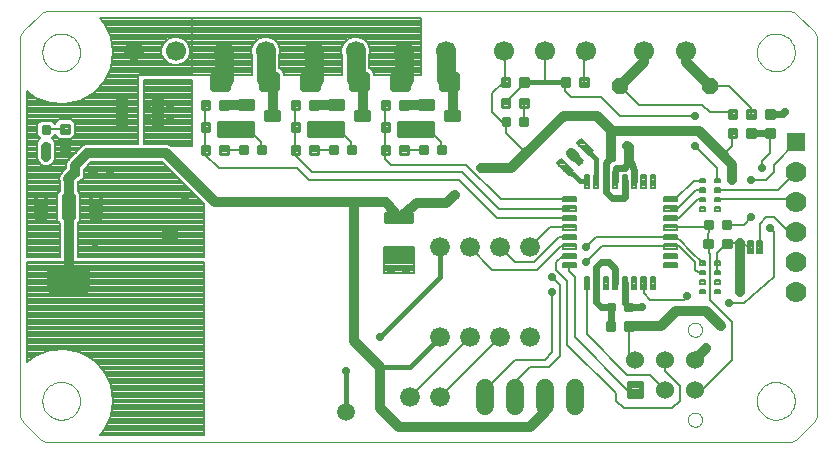
<source format=gtl>
G75*
G70*
%OFA0B0*%
%FSLAX24Y24*%
%IPPOS*%
%LPD*%
%AMOC8*
5,1,8,0,0,1.08239X$1,22.5*
%
%ADD10C,0.0000*%
%ADD11C,0.0118*%
%ADD12C,0.0112*%
%ADD13C,0.0201*%
%ADD14C,0.0660*%
%ADD15C,0.0079*%
%ADD16R,0.0594X0.0594*%
%ADD17C,0.0700*%
%ADD18C,0.0094*%
%ADD19C,0.0083*%
%ADD20C,0.0081*%
%ADD21C,0.0180*%
%ADD22C,0.0600*%
%ADD23C,0.0080*%
%ADD24C,0.0594*%
%ADD25OC8,0.0520*%
%ADD26C,0.0594*%
%ADD27C,0.0144*%
%ADD28C,0.0260*%
%ADD29C,0.0669*%
%ADD30C,0.0240*%
%ADD31C,0.0278*%
%ADD32C,0.0320*%
%ADD33C,0.0160*%
%ADD34C,0.0640*%
D10*
X001590Y002576D02*
X026264Y002576D01*
X026543Y002691D02*
X027099Y003248D01*
X027215Y003526D02*
X027215Y015995D01*
X027099Y016274D02*
X026543Y016830D01*
X026264Y016946D02*
X001590Y016946D01*
X001312Y016830D02*
X000755Y016274D01*
X000640Y015995D02*
X000640Y003526D01*
X000755Y003248D02*
X001312Y002691D01*
X001311Y002690D02*
X001340Y002664D01*
X001371Y002641D01*
X001404Y002622D01*
X001439Y002605D01*
X001476Y002592D01*
X001513Y002583D01*
X001551Y002577D01*
X001590Y002575D01*
X000755Y003247D02*
X000729Y003276D01*
X000706Y003307D01*
X000687Y003340D01*
X000670Y003375D01*
X000657Y003412D01*
X000648Y003449D01*
X000642Y003487D01*
X000640Y003526D01*
X001388Y003954D02*
X001390Y004004D01*
X001396Y004054D01*
X001406Y004103D01*
X001420Y004151D01*
X001437Y004198D01*
X001458Y004243D01*
X001483Y004287D01*
X001511Y004328D01*
X001543Y004367D01*
X001577Y004404D01*
X001614Y004438D01*
X001654Y004468D01*
X001696Y004495D01*
X001740Y004519D01*
X001786Y004540D01*
X001833Y004556D01*
X001881Y004569D01*
X001931Y004578D01*
X001980Y004583D01*
X002031Y004584D01*
X002081Y004581D01*
X002130Y004574D01*
X002179Y004563D01*
X002227Y004548D01*
X002273Y004530D01*
X002318Y004508D01*
X002361Y004482D01*
X002402Y004453D01*
X002441Y004421D01*
X002477Y004386D01*
X002509Y004348D01*
X002539Y004308D01*
X002566Y004265D01*
X002589Y004221D01*
X002608Y004175D01*
X002624Y004127D01*
X002636Y004078D01*
X002644Y004029D01*
X002648Y003979D01*
X002648Y003929D01*
X002644Y003879D01*
X002636Y003830D01*
X002624Y003781D01*
X002608Y003733D01*
X002589Y003687D01*
X002566Y003643D01*
X002539Y003600D01*
X002509Y003560D01*
X002477Y003522D01*
X002441Y003487D01*
X002402Y003455D01*
X002361Y003426D01*
X002318Y003400D01*
X002273Y003378D01*
X002227Y003360D01*
X002179Y003345D01*
X002130Y003334D01*
X002081Y003327D01*
X002031Y003324D01*
X001980Y003325D01*
X001931Y003330D01*
X001881Y003339D01*
X001833Y003352D01*
X001786Y003368D01*
X001740Y003389D01*
X001696Y003413D01*
X001654Y003440D01*
X001614Y003470D01*
X001577Y003504D01*
X001543Y003541D01*
X001511Y003580D01*
X001483Y003621D01*
X001458Y003665D01*
X001437Y003710D01*
X001420Y003757D01*
X001406Y003805D01*
X001396Y003854D01*
X001390Y003904D01*
X001388Y003954D01*
X001388Y015568D02*
X001390Y015618D01*
X001396Y015668D01*
X001406Y015717D01*
X001420Y015765D01*
X001437Y015812D01*
X001458Y015857D01*
X001483Y015901D01*
X001511Y015942D01*
X001543Y015981D01*
X001577Y016018D01*
X001614Y016052D01*
X001654Y016082D01*
X001696Y016109D01*
X001740Y016133D01*
X001786Y016154D01*
X001833Y016170D01*
X001881Y016183D01*
X001931Y016192D01*
X001980Y016197D01*
X002031Y016198D01*
X002081Y016195D01*
X002130Y016188D01*
X002179Y016177D01*
X002227Y016162D01*
X002273Y016144D01*
X002318Y016122D01*
X002361Y016096D01*
X002402Y016067D01*
X002441Y016035D01*
X002477Y016000D01*
X002509Y015962D01*
X002539Y015922D01*
X002566Y015879D01*
X002589Y015835D01*
X002608Y015789D01*
X002624Y015741D01*
X002636Y015692D01*
X002644Y015643D01*
X002648Y015593D01*
X002648Y015543D01*
X002644Y015493D01*
X002636Y015444D01*
X002624Y015395D01*
X002608Y015347D01*
X002589Y015301D01*
X002566Y015257D01*
X002539Y015214D01*
X002509Y015174D01*
X002477Y015136D01*
X002441Y015101D01*
X002402Y015069D01*
X002361Y015040D01*
X002318Y015014D01*
X002273Y014992D01*
X002227Y014974D01*
X002179Y014959D01*
X002130Y014948D01*
X002081Y014941D01*
X002031Y014938D01*
X001980Y014939D01*
X001931Y014944D01*
X001881Y014953D01*
X001833Y014966D01*
X001786Y014982D01*
X001740Y015003D01*
X001696Y015027D01*
X001654Y015054D01*
X001614Y015084D01*
X001577Y015118D01*
X001543Y015155D01*
X001511Y015194D01*
X001483Y015235D01*
X001458Y015279D01*
X001437Y015324D01*
X001420Y015371D01*
X001406Y015419D01*
X001396Y015468D01*
X001390Y015518D01*
X001388Y015568D01*
X000640Y015995D02*
X000642Y016034D01*
X000648Y016072D01*
X000657Y016109D01*
X000670Y016146D01*
X000687Y016181D01*
X000706Y016214D01*
X000729Y016245D01*
X000755Y016274D01*
X001311Y016831D02*
X001340Y016857D01*
X001371Y016880D01*
X001404Y016899D01*
X001439Y016916D01*
X001476Y016929D01*
X001513Y016938D01*
X001551Y016944D01*
X001590Y016946D01*
X022904Y006326D02*
X022906Y006356D01*
X022912Y006386D01*
X022921Y006415D01*
X022934Y006442D01*
X022951Y006467D01*
X022970Y006490D01*
X022993Y006511D01*
X023018Y006528D01*
X023044Y006542D01*
X023073Y006552D01*
X023102Y006559D01*
X023132Y006562D01*
X023163Y006561D01*
X023193Y006556D01*
X023222Y006547D01*
X023249Y006535D01*
X023275Y006520D01*
X023299Y006501D01*
X023320Y006479D01*
X023338Y006455D01*
X023353Y006428D01*
X023364Y006400D01*
X023372Y006371D01*
X023376Y006341D01*
X023376Y006311D01*
X023372Y006281D01*
X023364Y006252D01*
X023353Y006224D01*
X023338Y006197D01*
X023320Y006173D01*
X023299Y006151D01*
X023275Y006132D01*
X023249Y006117D01*
X023222Y006105D01*
X023193Y006096D01*
X023163Y006091D01*
X023132Y006090D01*
X023102Y006093D01*
X023073Y006100D01*
X023044Y006110D01*
X023018Y006124D01*
X022993Y006141D01*
X022970Y006162D01*
X022951Y006185D01*
X022934Y006210D01*
X022921Y006237D01*
X022912Y006266D01*
X022906Y006296D01*
X022904Y006326D01*
X025207Y003954D02*
X025209Y004004D01*
X025215Y004054D01*
X025225Y004103D01*
X025239Y004151D01*
X025256Y004198D01*
X025277Y004243D01*
X025302Y004287D01*
X025330Y004328D01*
X025362Y004367D01*
X025396Y004404D01*
X025433Y004438D01*
X025473Y004468D01*
X025515Y004495D01*
X025559Y004519D01*
X025605Y004540D01*
X025652Y004556D01*
X025700Y004569D01*
X025750Y004578D01*
X025799Y004583D01*
X025850Y004584D01*
X025900Y004581D01*
X025949Y004574D01*
X025998Y004563D01*
X026046Y004548D01*
X026092Y004530D01*
X026137Y004508D01*
X026180Y004482D01*
X026221Y004453D01*
X026260Y004421D01*
X026296Y004386D01*
X026328Y004348D01*
X026358Y004308D01*
X026385Y004265D01*
X026408Y004221D01*
X026427Y004175D01*
X026443Y004127D01*
X026455Y004078D01*
X026463Y004029D01*
X026467Y003979D01*
X026467Y003929D01*
X026463Y003879D01*
X026455Y003830D01*
X026443Y003781D01*
X026427Y003733D01*
X026408Y003687D01*
X026385Y003643D01*
X026358Y003600D01*
X026328Y003560D01*
X026296Y003522D01*
X026260Y003487D01*
X026221Y003455D01*
X026180Y003426D01*
X026137Y003400D01*
X026092Y003378D01*
X026046Y003360D01*
X025998Y003345D01*
X025949Y003334D01*
X025900Y003327D01*
X025850Y003324D01*
X025799Y003325D01*
X025750Y003330D01*
X025700Y003339D01*
X025652Y003352D01*
X025605Y003368D01*
X025559Y003389D01*
X025515Y003413D01*
X025473Y003440D01*
X025433Y003470D01*
X025396Y003504D01*
X025362Y003541D01*
X025330Y003580D01*
X025302Y003621D01*
X025277Y003665D01*
X025256Y003710D01*
X025239Y003757D01*
X025225Y003805D01*
X025215Y003854D01*
X025209Y003904D01*
X025207Y003954D01*
X026264Y002575D02*
X026303Y002577D01*
X026341Y002583D01*
X026378Y002592D01*
X026415Y002605D01*
X026450Y002622D01*
X026483Y002641D01*
X026514Y002664D01*
X026543Y002690D01*
X027100Y003247D02*
X027126Y003276D01*
X027149Y003307D01*
X027168Y003340D01*
X027185Y003375D01*
X027198Y003412D01*
X027207Y003449D01*
X027213Y003487D01*
X027215Y003526D01*
X022904Y003326D02*
X022906Y003356D01*
X022912Y003386D01*
X022921Y003415D01*
X022934Y003442D01*
X022951Y003467D01*
X022970Y003490D01*
X022993Y003511D01*
X023018Y003528D01*
X023044Y003542D01*
X023073Y003552D01*
X023102Y003559D01*
X023132Y003562D01*
X023163Y003561D01*
X023193Y003556D01*
X023222Y003547D01*
X023249Y003535D01*
X023275Y003520D01*
X023299Y003501D01*
X023320Y003479D01*
X023338Y003455D01*
X023353Y003428D01*
X023364Y003400D01*
X023372Y003371D01*
X023376Y003341D01*
X023376Y003311D01*
X023372Y003281D01*
X023364Y003252D01*
X023353Y003224D01*
X023338Y003197D01*
X023320Y003173D01*
X023299Y003151D01*
X023275Y003132D01*
X023249Y003117D01*
X023222Y003105D01*
X023193Y003096D01*
X023163Y003091D01*
X023132Y003090D01*
X023102Y003093D01*
X023073Y003100D01*
X023044Y003110D01*
X023018Y003124D01*
X022993Y003141D01*
X022970Y003162D01*
X022951Y003185D01*
X022934Y003210D01*
X022921Y003237D01*
X022912Y003266D01*
X022906Y003296D01*
X022904Y003326D01*
X025207Y015568D02*
X025209Y015618D01*
X025215Y015668D01*
X025225Y015717D01*
X025239Y015765D01*
X025256Y015812D01*
X025277Y015857D01*
X025302Y015901D01*
X025330Y015942D01*
X025362Y015981D01*
X025396Y016018D01*
X025433Y016052D01*
X025473Y016082D01*
X025515Y016109D01*
X025559Y016133D01*
X025605Y016154D01*
X025652Y016170D01*
X025700Y016183D01*
X025750Y016192D01*
X025799Y016197D01*
X025850Y016198D01*
X025900Y016195D01*
X025949Y016188D01*
X025998Y016177D01*
X026046Y016162D01*
X026092Y016144D01*
X026137Y016122D01*
X026180Y016096D01*
X026221Y016067D01*
X026260Y016035D01*
X026296Y016000D01*
X026328Y015962D01*
X026358Y015922D01*
X026385Y015879D01*
X026408Y015835D01*
X026427Y015789D01*
X026443Y015741D01*
X026455Y015692D01*
X026463Y015643D01*
X026467Y015593D01*
X026467Y015543D01*
X026463Y015493D01*
X026455Y015444D01*
X026443Y015395D01*
X026427Y015347D01*
X026408Y015301D01*
X026385Y015257D01*
X026358Y015214D01*
X026328Y015174D01*
X026296Y015136D01*
X026260Y015101D01*
X026221Y015069D01*
X026180Y015040D01*
X026137Y015014D01*
X026092Y014992D01*
X026046Y014974D01*
X025998Y014959D01*
X025949Y014948D01*
X025900Y014941D01*
X025850Y014938D01*
X025799Y014939D01*
X025750Y014944D01*
X025700Y014953D01*
X025652Y014966D01*
X025605Y014982D01*
X025559Y015003D01*
X025515Y015027D01*
X025473Y015054D01*
X025433Y015084D01*
X025396Y015118D01*
X025362Y015155D01*
X025330Y015194D01*
X025302Y015235D01*
X025277Y015279D01*
X025256Y015324D01*
X025239Y015371D01*
X025225Y015419D01*
X025215Y015468D01*
X025209Y015518D01*
X025207Y015568D01*
X026264Y016946D02*
X026303Y016944D01*
X026341Y016938D01*
X026378Y016929D01*
X026415Y016916D01*
X026450Y016899D01*
X026483Y016880D01*
X026514Y016857D01*
X026543Y016831D01*
X027100Y016274D02*
X027126Y016245D01*
X027149Y016214D01*
X027168Y016181D01*
X027185Y016146D01*
X027198Y016109D01*
X027207Y016072D01*
X027213Y016034D01*
X027215Y015995D01*
D11*
X014857Y013589D02*
X014857Y013313D01*
X014857Y013589D02*
X015289Y013589D01*
X015289Y013313D01*
X014857Y013313D01*
X014857Y013430D02*
X015289Y013430D01*
X015289Y013547D02*
X014857Y013547D01*
X013991Y013687D02*
X013991Y013963D01*
X014423Y013963D01*
X014423Y013687D01*
X013991Y013687D01*
X013991Y013804D02*
X014423Y013804D01*
X014423Y013921D02*
X013991Y013921D01*
X013991Y013215D02*
X013991Y012939D01*
X013991Y013215D02*
X014423Y013215D01*
X014423Y012939D01*
X013991Y012939D01*
X013991Y013056D02*
X014423Y013056D01*
X014423Y013173D02*
X013991Y013173D01*
X011857Y013313D02*
X011857Y013589D01*
X012289Y013589D01*
X012289Y013313D01*
X011857Y013313D01*
X011857Y013430D02*
X012289Y013430D01*
X012289Y013547D02*
X011857Y013547D01*
X010991Y013687D02*
X010991Y013963D01*
X011423Y013963D01*
X011423Y013687D01*
X010991Y013687D01*
X010991Y013804D02*
X011423Y013804D01*
X011423Y013921D02*
X010991Y013921D01*
X010991Y013215D02*
X010991Y012939D01*
X010991Y013215D02*
X011423Y013215D01*
X011423Y012939D01*
X010991Y012939D01*
X010991Y013056D02*
X011423Y013056D01*
X011423Y013173D02*
X010991Y013173D01*
X008857Y013313D02*
X008857Y013589D01*
X009289Y013589D01*
X009289Y013313D01*
X008857Y013313D01*
X008857Y013430D02*
X009289Y013430D01*
X009289Y013547D02*
X008857Y013547D01*
X007991Y013687D02*
X007991Y013963D01*
X008423Y013963D01*
X008423Y013687D01*
X007991Y013687D01*
X007991Y013804D02*
X008423Y013804D01*
X008423Y013921D02*
X007991Y013921D01*
X007991Y013215D02*
X007991Y012939D01*
X007991Y013215D02*
X008423Y013215D01*
X008423Y012939D01*
X007991Y012939D01*
X007991Y013056D02*
X008423Y013056D01*
X008423Y013173D02*
X007991Y013173D01*
X005369Y013143D02*
X005093Y013143D01*
X005093Y014009D01*
X005369Y014009D01*
X005369Y013143D01*
X005369Y013260D02*
X005093Y013260D01*
X005093Y013377D02*
X005369Y013377D01*
X005369Y013494D02*
X005093Y013494D01*
X005093Y013611D02*
X005369Y013611D01*
X005369Y013728D02*
X005093Y013728D01*
X005093Y013845D02*
X005369Y013845D01*
X005369Y013962D02*
X005093Y013962D01*
X004187Y013143D02*
X003911Y013143D01*
X003911Y014009D01*
X004187Y014009D01*
X004187Y013143D01*
X004187Y013260D02*
X003911Y013260D01*
X003911Y013377D02*
X004187Y013377D01*
X004187Y013494D02*
X003911Y013494D01*
X003911Y013611D02*
X004187Y013611D01*
X004187Y013728D02*
X003911Y013728D01*
X003911Y013845D02*
X004187Y013845D01*
X004187Y013962D02*
X003911Y013962D01*
X012832Y010179D02*
X012832Y009903D01*
X012832Y010179D02*
X013698Y010179D01*
X013698Y009903D01*
X012832Y009903D01*
X012832Y010020D02*
X013698Y010020D01*
X013698Y010137D02*
X012832Y010137D01*
X012832Y008998D02*
X012832Y008722D01*
X012832Y008998D02*
X013698Y008998D01*
X013698Y008722D01*
X012832Y008722D01*
X012832Y008839D02*
X013698Y008839D01*
X013698Y008956D02*
X012832Y008956D01*
D12*
X012694Y012457D02*
X012956Y012457D01*
X012956Y012195D01*
X012694Y012195D01*
X012694Y012457D01*
X012694Y012306D02*
X012956Y012306D01*
X012956Y012417D02*
X012694Y012417D01*
X013324Y012457D02*
X013586Y012457D01*
X013586Y012195D01*
X013324Y012195D01*
X013324Y012457D01*
X013324Y012306D02*
X013586Y012306D01*
X013586Y012417D02*
X013324Y012417D01*
X013324Y013207D02*
X013586Y013207D01*
X013586Y012945D01*
X013324Y012945D01*
X013324Y013207D01*
X013324Y013056D02*
X013586Y013056D01*
X013586Y013167D02*
X013324Y013167D01*
X012956Y013207D02*
X012694Y013207D01*
X012956Y013207D02*
X012956Y012945D01*
X012694Y012945D01*
X012694Y013207D01*
X012694Y013056D02*
X012956Y013056D01*
X012956Y013167D02*
X012694Y013167D01*
X012694Y013695D02*
X012956Y013695D01*
X012694Y013695D02*
X012694Y013957D01*
X012956Y013957D01*
X012956Y013695D01*
X012956Y013806D02*
X012694Y013806D01*
X012694Y013917D02*
X012956Y013917D01*
X013324Y013695D02*
X013586Y013695D01*
X013324Y013695D02*
X013324Y013957D01*
X013586Y013957D01*
X013586Y013695D01*
X013586Y013806D02*
X013324Y013806D01*
X013324Y013917D02*
X013586Y013917D01*
X010586Y013695D02*
X010324Y013695D01*
X010324Y013957D01*
X010586Y013957D01*
X010586Y013695D01*
X010586Y013806D02*
X010324Y013806D01*
X010324Y013917D02*
X010586Y013917D01*
X009956Y013695D02*
X009694Y013695D01*
X009694Y013957D01*
X009956Y013957D01*
X009956Y013695D01*
X009956Y013806D02*
X009694Y013806D01*
X009694Y013917D02*
X009956Y013917D01*
X009956Y013207D02*
X009694Y013207D01*
X009956Y013207D02*
X009956Y012945D01*
X009694Y012945D01*
X009694Y013207D01*
X009694Y013056D02*
X009956Y013056D01*
X009956Y013167D02*
X009694Y013167D01*
X010324Y013207D02*
X010586Y013207D01*
X010586Y012945D01*
X010324Y012945D01*
X010324Y013207D01*
X010324Y013056D02*
X010586Y013056D01*
X010586Y013167D02*
X010324Y013167D01*
X010324Y012457D02*
X010586Y012457D01*
X010586Y012195D01*
X010324Y012195D01*
X010324Y012457D01*
X010324Y012306D02*
X010586Y012306D01*
X010586Y012417D02*
X010324Y012417D01*
X009956Y012457D02*
X009694Y012457D01*
X009956Y012457D02*
X009956Y012195D01*
X009694Y012195D01*
X009694Y012457D01*
X009694Y012306D02*
X009956Y012306D01*
X009956Y012417D02*
X009694Y012417D01*
X007586Y012457D02*
X007324Y012457D01*
X007586Y012457D02*
X007586Y012195D01*
X007324Y012195D01*
X007324Y012457D01*
X007324Y012306D02*
X007586Y012306D01*
X007586Y012417D02*
X007324Y012417D01*
X006956Y012457D02*
X006694Y012457D01*
X006956Y012457D02*
X006956Y012195D01*
X006694Y012195D01*
X006694Y012457D01*
X006694Y012306D02*
X006956Y012306D01*
X006956Y012417D02*
X006694Y012417D01*
X006694Y013207D02*
X006956Y013207D01*
X006956Y012945D01*
X006694Y012945D01*
X006694Y013207D01*
X006694Y013056D02*
X006956Y013056D01*
X006956Y013167D02*
X006694Y013167D01*
X006694Y013695D02*
X006956Y013695D01*
X006694Y013695D02*
X006694Y013957D01*
X006956Y013957D01*
X006956Y013695D01*
X006956Y013806D02*
X006694Y013806D01*
X006694Y013917D02*
X006956Y013917D01*
X007324Y013695D02*
X007586Y013695D01*
X007324Y013695D02*
X007324Y013957D01*
X007586Y013957D01*
X007586Y013695D01*
X007586Y013806D02*
X007324Y013806D01*
X007324Y013917D02*
X007586Y013917D01*
X007586Y013207D02*
X007324Y013207D01*
X007586Y013207D02*
X007586Y012945D01*
X007324Y012945D01*
X007324Y013207D01*
X007324Y013056D02*
X007586Y013056D01*
X007586Y013167D02*
X007324Y013167D01*
X002009Y013147D02*
X002009Y012885D01*
X002009Y013147D02*
X002271Y013147D01*
X002271Y012885D01*
X002009Y012885D01*
X002009Y012996D02*
X002271Y012996D01*
X002271Y013107D02*
X002009Y013107D01*
X002009Y012517D02*
X002009Y012255D01*
X002009Y012517D02*
X002271Y012517D01*
X002271Y012255D01*
X002009Y012255D01*
X002009Y012366D02*
X002271Y012366D01*
X002271Y012477D02*
X002009Y012477D01*
X016694Y013757D02*
X016956Y013757D01*
X016694Y013757D02*
X016694Y014019D01*
X016956Y014019D01*
X016956Y013757D01*
X016956Y013868D02*
X016694Y013868D01*
X016694Y013979D02*
X016956Y013979D01*
X017324Y013757D02*
X017586Y013757D01*
X017324Y013757D02*
X017324Y014019D01*
X017586Y014019D01*
X017586Y013757D01*
X017586Y013868D02*
X017324Y013868D01*
X017324Y013979D02*
X017586Y013979D01*
X017586Y014707D02*
X017324Y014707D01*
X017586Y014707D02*
X017586Y014445D01*
X017324Y014445D01*
X017324Y014707D01*
X017324Y014556D02*
X017586Y014556D01*
X017586Y014667D02*
X017324Y014667D01*
X016956Y014707D02*
X016694Y014707D01*
X016956Y014707D02*
X016956Y014445D01*
X016694Y014445D01*
X016694Y014707D01*
X016694Y014556D02*
X016956Y014556D01*
X016956Y014667D02*
X016694Y014667D01*
X018694Y014707D02*
X018956Y014707D01*
X018956Y014445D01*
X018694Y014445D01*
X018694Y014707D01*
X018694Y014556D02*
X018956Y014556D01*
X018956Y014667D02*
X018694Y014667D01*
X019324Y014707D02*
X019586Y014707D01*
X019586Y014445D01*
X019324Y014445D01*
X019324Y014707D01*
X019324Y014556D02*
X019586Y014556D01*
X019586Y014667D02*
X019324Y014667D01*
X024521Y013647D02*
X024521Y013385D01*
X024259Y013385D01*
X024259Y013647D01*
X024521Y013647D01*
X024521Y013496D02*
X024259Y013496D01*
X024259Y013607D02*
X024521Y013607D01*
X025146Y013647D02*
X025146Y013385D01*
X024884Y013385D01*
X024884Y013647D01*
X025146Y013647D01*
X025146Y013496D02*
X024884Y013496D01*
X024884Y013607D02*
X025146Y013607D01*
X025509Y013647D02*
X025509Y013385D01*
X025509Y013647D02*
X025771Y013647D01*
X025771Y013385D01*
X025509Y013385D01*
X025509Y013496D02*
X025771Y013496D01*
X025771Y013607D02*
X025509Y013607D01*
X025509Y013017D02*
X025509Y012755D01*
X025509Y013017D02*
X025771Y013017D01*
X025771Y012755D01*
X025509Y012755D01*
X025509Y012866D02*
X025771Y012866D01*
X025771Y012977D02*
X025509Y012977D01*
X025146Y013017D02*
X025146Y012755D01*
X024884Y012755D01*
X024884Y013017D01*
X025146Y013017D01*
X025146Y012866D02*
X024884Y012866D01*
X024884Y012977D02*
X025146Y012977D01*
X024521Y013017D02*
X024521Y012755D01*
X024259Y012755D01*
X024259Y013017D01*
X024521Y013017D01*
X024521Y012866D02*
X024259Y012866D01*
X024259Y012977D02*
X024521Y012977D01*
X024336Y009070D02*
X024074Y009070D01*
X024074Y009332D01*
X024336Y009332D01*
X024336Y009070D01*
X024336Y009181D02*
X024074Y009181D01*
X024074Y009292D02*
X024336Y009292D01*
X023706Y009070D02*
X023444Y009070D01*
X023444Y009332D01*
X023706Y009332D01*
X023706Y009070D01*
X023706Y009181D02*
X023444Y009181D01*
X023444Y009292D02*
X023706Y009292D01*
X021086Y006320D02*
X020824Y006320D01*
X020824Y006582D01*
X021086Y006582D01*
X021086Y006320D01*
X021086Y006431D02*
X020824Y006431D01*
X020824Y006542D02*
X021086Y006542D01*
X020456Y006320D02*
X020194Y006320D01*
X020194Y006582D01*
X020456Y006582D01*
X020456Y006320D01*
X020456Y006431D02*
X020194Y006431D01*
X020194Y006542D02*
X020456Y006542D01*
D13*
X015201Y014342D02*
X014693Y014342D01*
X014693Y014810D01*
X015201Y014810D01*
X015201Y014342D01*
X015201Y014542D02*
X014693Y014542D01*
X014693Y014742D02*
X015201Y014742D01*
X013587Y014342D02*
X013079Y014342D01*
X013079Y014810D01*
X013587Y014810D01*
X013587Y014342D01*
X013587Y014542D02*
X013079Y014542D01*
X013079Y014742D02*
X013587Y014742D01*
X012201Y014342D02*
X011693Y014342D01*
X011693Y014810D01*
X012201Y014810D01*
X012201Y014342D01*
X012201Y014542D02*
X011693Y014542D01*
X011693Y014742D02*
X012201Y014742D01*
X010587Y014342D02*
X010079Y014342D01*
X010079Y014810D01*
X010587Y014810D01*
X010587Y014342D01*
X010587Y014542D02*
X010079Y014542D01*
X010079Y014742D02*
X010587Y014742D01*
X009201Y014342D02*
X008693Y014342D01*
X008693Y014810D01*
X009201Y014810D01*
X009201Y014342D01*
X009201Y014542D02*
X008693Y014542D01*
X008693Y014742D02*
X009201Y014742D01*
X007587Y014342D02*
X007079Y014342D01*
X007079Y014810D01*
X007587Y014810D01*
X007587Y014342D01*
X007587Y014542D02*
X007079Y014542D01*
X007079Y014742D02*
X007587Y014742D01*
D14*
X014640Y009076D03*
X015640Y009076D03*
X016640Y009076D03*
X017640Y009076D03*
X017640Y006076D03*
X016640Y006076D03*
X015640Y006076D03*
X014640Y006076D03*
X014640Y004076D03*
X013640Y004076D03*
D15*
X019467Y007675D02*
X019467Y008097D01*
X019609Y008097D01*
X019609Y007675D01*
X019467Y007675D01*
X019467Y007753D02*
X019609Y007753D01*
X019609Y007831D02*
X019467Y007831D01*
X019467Y007909D02*
X019609Y007909D01*
X019609Y007987D02*
X019467Y007987D01*
X019467Y008065D02*
X019609Y008065D01*
X019782Y008097D02*
X019782Y007675D01*
X019782Y008097D02*
X019924Y008097D01*
X019924Y007675D01*
X019782Y007675D01*
X019782Y007753D02*
X019924Y007753D01*
X019924Y007831D02*
X019782Y007831D01*
X019782Y007909D02*
X019924Y007909D01*
X019924Y007987D02*
X019782Y007987D01*
X019782Y008065D02*
X019924Y008065D01*
X020097Y008097D02*
X020097Y007675D01*
X020097Y008097D02*
X020239Y008097D01*
X020239Y007675D01*
X020097Y007675D01*
X020097Y007753D02*
X020239Y007753D01*
X020239Y007831D02*
X020097Y007831D01*
X020097Y007909D02*
X020239Y007909D01*
X020239Y007987D02*
X020097Y007987D01*
X020097Y008065D02*
X020239Y008065D01*
X020412Y008097D02*
X020412Y007675D01*
X020412Y008097D02*
X020554Y008097D01*
X020554Y007675D01*
X020412Y007675D01*
X020412Y007753D02*
X020554Y007753D01*
X020554Y007831D02*
X020412Y007831D01*
X020412Y007909D02*
X020554Y007909D01*
X020554Y007987D02*
X020412Y007987D01*
X020412Y008065D02*
X020554Y008065D01*
X020726Y008097D02*
X020726Y007675D01*
X020726Y008097D02*
X020868Y008097D01*
X020868Y007675D01*
X020726Y007675D01*
X020726Y007753D02*
X020868Y007753D01*
X020868Y007831D02*
X020726Y007831D01*
X020726Y007909D02*
X020868Y007909D01*
X020868Y007987D02*
X020726Y007987D01*
X020726Y008065D02*
X020868Y008065D01*
X021041Y008097D02*
X021041Y007675D01*
X021041Y008097D02*
X021183Y008097D01*
X021183Y007675D01*
X021041Y007675D01*
X021041Y007753D02*
X021183Y007753D01*
X021183Y007831D02*
X021041Y007831D01*
X021041Y007909D02*
X021183Y007909D01*
X021183Y007987D02*
X021041Y007987D01*
X021041Y008065D02*
X021183Y008065D01*
X021356Y008097D02*
X021356Y007675D01*
X021356Y008097D02*
X021498Y008097D01*
X021498Y007675D01*
X021356Y007675D01*
X021356Y007753D02*
X021498Y007753D01*
X021498Y007831D02*
X021356Y007831D01*
X021356Y007909D02*
X021498Y007909D01*
X021498Y007987D02*
X021356Y007987D01*
X021356Y008065D02*
X021498Y008065D01*
X021671Y008097D02*
X021671Y007675D01*
X021671Y008097D02*
X021813Y008097D01*
X021813Y007675D01*
X021671Y007675D01*
X021671Y007753D02*
X021813Y007753D01*
X021813Y007831D02*
X021671Y007831D01*
X021671Y007909D02*
X021813Y007909D01*
X021813Y007987D02*
X021671Y007987D01*
X021671Y008065D02*
X021813Y008065D01*
X022119Y008402D02*
X022119Y008544D01*
X022541Y008544D01*
X022541Y008402D01*
X022119Y008402D01*
X022119Y008480D02*
X022541Y008480D01*
X022119Y008717D02*
X022119Y008859D01*
X022541Y008859D01*
X022541Y008717D01*
X022119Y008717D01*
X022119Y008795D02*
X022541Y008795D01*
X022119Y009032D02*
X022119Y009174D01*
X022541Y009174D01*
X022541Y009032D01*
X022119Y009032D01*
X022119Y009110D02*
X022541Y009110D01*
X022119Y009347D02*
X022119Y009489D01*
X022541Y009489D01*
X022541Y009347D01*
X022119Y009347D01*
X022119Y009425D02*
X022541Y009425D01*
X022119Y009662D02*
X022119Y009804D01*
X022541Y009804D01*
X022541Y009662D01*
X022119Y009662D01*
X022119Y009740D02*
X022541Y009740D01*
X022119Y009977D02*
X022119Y010119D01*
X022541Y010119D01*
X022541Y009977D01*
X022119Y009977D01*
X022119Y010055D02*
X022541Y010055D01*
X022119Y010292D02*
X022119Y010434D01*
X022541Y010434D01*
X022541Y010292D01*
X022119Y010292D01*
X022119Y010370D02*
X022541Y010370D01*
X022119Y010607D02*
X022119Y010749D01*
X022541Y010749D01*
X022541Y010607D01*
X022119Y010607D01*
X022119Y010685D02*
X022541Y010685D01*
X021671Y011055D02*
X021671Y011477D01*
X021813Y011477D01*
X021813Y011055D01*
X021671Y011055D01*
X021671Y011133D02*
X021813Y011133D01*
X021813Y011211D02*
X021671Y011211D01*
X021671Y011289D02*
X021813Y011289D01*
X021813Y011367D02*
X021671Y011367D01*
X021671Y011445D02*
X021813Y011445D01*
X021356Y011477D02*
X021356Y011055D01*
X021356Y011477D02*
X021498Y011477D01*
X021498Y011055D01*
X021356Y011055D01*
X021356Y011133D02*
X021498Y011133D01*
X021498Y011211D02*
X021356Y011211D01*
X021356Y011289D02*
X021498Y011289D01*
X021498Y011367D02*
X021356Y011367D01*
X021356Y011445D02*
X021498Y011445D01*
X021041Y011477D02*
X021041Y011055D01*
X021041Y011477D02*
X021183Y011477D01*
X021183Y011055D01*
X021041Y011055D01*
X021041Y011133D02*
X021183Y011133D01*
X021183Y011211D02*
X021041Y011211D01*
X021041Y011289D02*
X021183Y011289D01*
X021183Y011367D02*
X021041Y011367D01*
X021041Y011445D02*
X021183Y011445D01*
X020726Y011477D02*
X020726Y011055D01*
X020726Y011477D02*
X020868Y011477D01*
X020868Y011055D01*
X020726Y011055D01*
X020726Y011133D02*
X020868Y011133D01*
X020868Y011211D02*
X020726Y011211D01*
X020726Y011289D02*
X020868Y011289D01*
X020868Y011367D02*
X020726Y011367D01*
X020726Y011445D02*
X020868Y011445D01*
X020412Y011477D02*
X020412Y011055D01*
X020412Y011477D02*
X020554Y011477D01*
X020554Y011055D01*
X020412Y011055D01*
X020412Y011133D02*
X020554Y011133D01*
X020554Y011211D02*
X020412Y011211D01*
X020412Y011289D02*
X020554Y011289D01*
X020554Y011367D02*
X020412Y011367D01*
X020412Y011445D02*
X020554Y011445D01*
X020097Y011477D02*
X020097Y011055D01*
X020097Y011477D02*
X020239Y011477D01*
X020239Y011055D01*
X020097Y011055D01*
X020097Y011133D02*
X020239Y011133D01*
X020239Y011211D02*
X020097Y011211D01*
X020097Y011289D02*
X020239Y011289D01*
X020239Y011367D02*
X020097Y011367D01*
X020097Y011445D02*
X020239Y011445D01*
X019782Y011477D02*
X019782Y011055D01*
X019782Y011477D02*
X019924Y011477D01*
X019924Y011055D01*
X019782Y011055D01*
X019782Y011133D02*
X019924Y011133D01*
X019924Y011211D02*
X019782Y011211D01*
X019782Y011289D02*
X019924Y011289D01*
X019924Y011367D02*
X019782Y011367D01*
X019782Y011445D02*
X019924Y011445D01*
X019467Y011477D02*
X019467Y011055D01*
X019467Y011477D02*
X019609Y011477D01*
X019609Y011055D01*
X019467Y011055D01*
X019467Y011133D02*
X019609Y011133D01*
X019609Y011211D02*
X019467Y011211D01*
X019467Y011289D02*
X019609Y011289D01*
X019609Y011367D02*
X019467Y011367D01*
X019467Y011445D02*
X019609Y011445D01*
X018739Y010749D02*
X018739Y010607D01*
X018739Y010749D02*
X019161Y010749D01*
X019161Y010607D01*
X018739Y010607D01*
X018739Y010685D02*
X019161Y010685D01*
X018739Y010434D02*
X018739Y010292D01*
X018739Y010434D02*
X019161Y010434D01*
X019161Y010292D01*
X018739Y010292D01*
X018739Y010370D02*
X019161Y010370D01*
X018739Y010119D02*
X018739Y009977D01*
X018739Y010119D02*
X019161Y010119D01*
X019161Y009977D01*
X018739Y009977D01*
X018739Y010055D02*
X019161Y010055D01*
X018739Y009804D02*
X018739Y009662D01*
X018739Y009804D02*
X019161Y009804D01*
X019161Y009662D01*
X018739Y009662D01*
X018739Y009740D02*
X019161Y009740D01*
X018739Y009489D02*
X018739Y009347D01*
X018739Y009489D02*
X019161Y009489D01*
X019161Y009347D01*
X018739Y009347D01*
X018739Y009425D02*
X019161Y009425D01*
X018739Y009174D02*
X018739Y009032D01*
X018739Y009174D02*
X019161Y009174D01*
X019161Y009032D01*
X018739Y009032D01*
X018739Y009110D02*
X019161Y009110D01*
X018739Y008859D02*
X018739Y008717D01*
X018739Y008859D02*
X019161Y008859D01*
X019161Y008717D01*
X018739Y008717D01*
X018739Y008795D02*
X019161Y008795D01*
X018739Y008544D02*
X018739Y008402D01*
X018739Y008544D02*
X019161Y008544D01*
X019161Y008402D01*
X018739Y008402D01*
X018739Y008480D02*
X019161Y008480D01*
D16*
X026515Y012576D03*
D17*
X026515Y011576D03*
X026515Y010576D03*
X026515Y009576D03*
X026515Y008576D03*
X026515Y007576D03*
D18*
X024295Y009936D02*
X024075Y009936D01*
X024295Y009936D02*
X024295Y009716D01*
X024075Y009716D01*
X024075Y009936D01*
X024075Y009809D02*
X024295Y009809D01*
X024295Y009902D02*
X024075Y009902D01*
X023705Y009936D02*
X023485Y009936D01*
X023705Y009936D02*
X023705Y009716D01*
X023485Y009716D01*
X023485Y009936D01*
X023485Y009809D02*
X023705Y009809D01*
X023705Y009902D02*
X023485Y009902D01*
X021045Y011966D02*
X020825Y011966D01*
X020825Y012186D01*
X021045Y012186D01*
X021045Y011966D01*
X021045Y012059D02*
X020825Y012059D01*
X020825Y012152D02*
X021045Y012152D01*
X020455Y011966D02*
X020235Y011966D01*
X020235Y012186D01*
X020455Y012186D01*
X020455Y011966D01*
X020455Y012059D02*
X020235Y012059D01*
X020235Y012152D02*
X020455Y012152D01*
X017325Y013153D02*
X017325Y013373D01*
X017545Y013373D01*
X017545Y013153D01*
X017325Y013153D01*
X017325Y013246D02*
X017545Y013246D01*
X017545Y013339D02*
X017325Y013339D01*
X016735Y013373D02*
X016735Y013153D01*
X016735Y013373D02*
X016955Y013373D01*
X016955Y013153D01*
X016735Y013153D01*
X016735Y013246D02*
X016955Y013246D01*
X016955Y013339D02*
X016735Y013339D01*
X014575Y012436D02*
X014575Y012216D01*
X014575Y012436D02*
X014795Y012436D01*
X014795Y012216D01*
X014575Y012216D01*
X014575Y012309D02*
X014795Y012309D01*
X014795Y012402D02*
X014575Y012402D01*
X013985Y012436D02*
X013985Y012216D01*
X013985Y012436D02*
X014205Y012436D01*
X014205Y012216D01*
X013985Y012216D01*
X013985Y012309D02*
X014205Y012309D01*
X014205Y012402D02*
X013985Y012402D01*
X011575Y012436D02*
X011575Y012216D01*
X011575Y012436D02*
X011795Y012436D01*
X011795Y012216D01*
X011575Y012216D01*
X011575Y012309D02*
X011795Y012309D01*
X011795Y012402D02*
X011575Y012402D01*
X010985Y012436D02*
X010985Y012216D01*
X010985Y012436D02*
X011205Y012436D01*
X011205Y012216D01*
X010985Y012216D01*
X010985Y012309D02*
X011205Y012309D01*
X011205Y012402D02*
X010985Y012402D01*
X008575Y012436D02*
X008575Y012216D01*
X008575Y012436D02*
X008795Y012436D01*
X008795Y012216D01*
X008575Y012216D01*
X008575Y012309D02*
X008795Y012309D01*
X008795Y012402D02*
X008575Y012402D01*
X007985Y012436D02*
X007985Y012216D01*
X007985Y012436D02*
X008205Y012436D01*
X008205Y012216D01*
X007985Y012216D01*
X007985Y012309D02*
X008205Y012309D01*
X008205Y012402D02*
X007985Y012402D01*
X003170Y011466D02*
X002950Y011466D01*
X002950Y011686D01*
X003170Y011686D01*
X003170Y011466D01*
X003170Y011559D02*
X002950Y011559D01*
X002950Y011652D02*
X003170Y011652D01*
X002580Y011466D02*
X002360Y011466D01*
X002360Y011686D01*
X002580Y011686D01*
X002580Y011466D01*
X002580Y011559D02*
X002360Y011559D01*
X002360Y011652D02*
X002580Y011652D01*
X001625Y012515D02*
X001405Y012515D01*
X001625Y012515D02*
X001625Y012295D01*
X001405Y012295D01*
X001405Y012515D01*
X001405Y012388D02*
X001625Y012388D01*
X001625Y012481D02*
X001405Y012481D01*
X001405Y013106D02*
X001625Y013106D01*
X001625Y012886D01*
X001405Y012886D01*
X001405Y013106D01*
X001405Y012979D02*
X001625Y012979D01*
X001625Y013072D02*
X001405Y013072D01*
X020235Y006966D02*
X020455Y006966D01*
X020235Y006966D02*
X020235Y007186D01*
X020455Y007186D01*
X020455Y006966D01*
X020455Y007059D02*
X020235Y007059D01*
X020235Y007152D02*
X020455Y007152D01*
X020825Y006966D02*
X021045Y006966D01*
X020825Y006966D02*
X020825Y007186D01*
X021045Y007186D01*
X021045Y006966D01*
X021045Y007059D02*
X020825Y007059D01*
X020825Y007152D02*
X021045Y007152D01*
D19*
X018531Y011880D02*
X018668Y012017D01*
X019081Y011604D01*
X018944Y011467D01*
X018531Y011880D01*
X018862Y011549D02*
X019026Y011549D01*
X019054Y011631D02*
X018780Y011631D01*
X018698Y011713D02*
X018972Y011713D01*
X018890Y011795D02*
X018616Y011795D01*
X018534Y011877D02*
X018808Y011877D01*
X018726Y011959D02*
X018610Y011959D01*
X018865Y012214D02*
X019002Y012351D01*
X019415Y011938D01*
X019278Y011801D01*
X018865Y012214D01*
X019196Y011883D02*
X019360Y011883D01*
X019388Y011965D02*
X019114Y011965D01*
X019032Y012047D02*
X019306Y012047D01*
X019224Y012129D02*
X018950Y012129D01*
X018868Y012211D02*
X019142Y012211D01*
X019060Y012293D02*
X018944Y012293D01*
X019199Y012548D02*
X019336Y012685D01*
X019749Y012272D01*
X019612Y012135D01*
X019199Y012548D01*
X019530Y012217D02*
X019694Y012217D01*
X019722Y012299D02*
X019448Y012299D01*
X019366Y012381D02*
X019640Y012381D01*
X019558Y012463D02*
X019284Y012463D01*
X019202Y012545D02*
X019476Y012545D01*
X019394Y012627D02*
X019278Y012627D01*
D20*
X023482Y011356D02*
X023482Y011240D01*
X023306Y011240D01*
X023306Y011356D01*
X023482Y011356D01*
X023482Y011320D02*
X023306Y011320D01*
X023482Y011041D02*
X023482Y010925D01*
X023306Y010925D01*
X023306Y011041D01*
X023482Y011041D01*
X023482Y011005D02*
X023306Y011005D01*
X023482Y010726D02*
X023482Y010610D01*
X023306Y010610D01*
X023306Y010726D01*
X023482Y010726D01*
X023482Y010690D02*
X023306Y010690D01*
X023482Y010411D02*
X023482Y010295D01*
X023306Y010295D01*
X023306Y010411D01*
X023482Y010411D01*
X023482Y010375D02*
X023306Y010375D01*
X023974Y010411D02*
X023974Y010295D01*
X023798Y010295D01*
X023798Y010411D01*
X023974Y010411D01*
X023974Y010375D02*
X023798Y010375D01*
X023974Y010610D02*
X023974Y010726D01*
X023974Y010610D02*
X023798Y010610D01*
X023798Y010726D01*
X023974Y010726D01*
X023974Y010690D02*
X023798Y010690D01*
X023974Y010925D02*
X023974Y011041D01*
X023974Y010925D02*
X023798Y010925D01*
X023798Y011041D01*
X023974Y011041D01*
X023974Y011005D02*
X023798Y011005D01*
X023974Y011240D02*
X023974Y011356D01*
X023974Y011240D02*
X023798Y011240D01*
X023798Y011356D01*
X023974Y011356D01*
X023974Y011320D02*
X023798Y011320D01*
X023798Y008606D02*
X023798Y008490D01*
X023798Y008606D02*
X023974Y008606D01*
X023974Y008490D01*
X023798Y008490D01*
X023798Y008570D02*
X023974Y008570D01*
X023798Y008291D02*
X023798Y008175D01*
X023798Y008291D02*
X023974Y008291D01*
X023974Y008175D01*
X023798Y008175D01*
X023798Y008255D02*
X023974Y008255D01*
X023798Y007976D02*
X023798Y007860D01*
X023798Y007976D02*
X023974Y007976D01*
X023974Y007860D01*
X023798Y007860D01*
X023798Y007940D02*
X023974Y007940D01*
X023798Y007661D02*
X023798Y007545D01*
X023798Y007661D02*
X023974Y007661D01*
X023974Y007545D01*
X023798Y007545D01*
X023798Y007625D02*
X023974Y007625D01*
X023306Y007661D02*
X023306Y007545D01*
X023306Y007661D02*
X023482Y007661D01*
X023482Y007545D01*
X023306Y007545D01*
X023306Y007625D02*
X023482Y007625D01*
X023306Y007860D02*
X023306Y007976D01*
X023482Y007976D01*
X023482Y007860D01*
X023306Y007860D01*
X023306Y007940D02*
X023482Y007940D01*
X023306Y008175D02*
X023306Y008291D01*
X023482Y008291D01*
X023482Y008175D01*
X023306Y008175D01*
X023306Y008255D02*
X023482Y008255D01*
X023306Y008490D02*
X023306Y008606D01*
X023482Y008606D01*
X023482Y008490D01*
X023306Y008490D01*
X023306Y008570D02*
X023482Y008570D01*
D21*
X021350Y004536D02*
X021350Y004116D01*
X020930Y004116D01*
X020930Y004536D01*
X021350Y004536D01*
X021350Y004295D02*
X020930Y004295D01*
X020930Y004474D02*
X021350Y004474D01*
D22*
X022140Y004326D03*
X023140Y004326D03*
X023140Y005326D03*
X022140Y005326D03*
X021140Y005326D03*
D23*
X021114Y005328D01*
X021088Y005333D01*
X021063Y005343D01*
X021040Y005355D01*
X021019Y005371D01*
X021000Y005390D01*
X020984Y005411D01*
X020972Y005434D01*
X020962Y005459D01*
X020957Y005485D01*
X020955Y005511D01*
X020955Y006451D01*
X021640Y007326D02*
X022765Y007326D01*
X022890Y007451D01*
X023640Y007326D02*
X024390Y006576D01*
X024390Y005326D01*
X023390Y004326D01*
X023140Y004326D01*
X022640Y004451D02*
X022640Y003951D01*
X022390Y003701D01*
X020765Y003701D01*
X020515Y003951D01*
X020515Y004201D01*
X018890Y005826D01*
X018890Y007951D01*
X018515Y008326D01*
X018515Y008576D01*
X018728Y008788D01*
X018950Y008788D01*
X018950Y008473D02*
X018950Y008266D01*
X019140Y008076D01*
X019140Y006076D01*
X020890Y004326D01*
X021140Y004326D01*
X020890Y004826D02*
X019538Y006178D01*
X019538Y007886D01*
X019515Y008576D02*
X020043Y009103D01*
X022330Y009103D01*
X022612Y009103D01*
X023140Y008576D01*
X023140Y008326D01*
X023233Y008233D01*
X023394Y008233D01*
X023394Y008548D02*
X023015Y008927D01*
X022640Y009326D01*
X022422Y009418D01*
X022330Y009418D01*
X019858Y009418D01*
X019515Y009076D01*
X018950Y009103D02*
X018668Y009103D01*
X017890Y008326D01*
X016390Y008326D01*
X015640Y009076D01*
X016640Y009076D02*
X017140Y008576D01*
X017765Y008576D01*
X018608Y009418D01*
X018950Y009418D01*
X018950Y009733D02*
X018297Y009733D01*
X017640Y009076D01*
X018390Y008076D02*
X018640Y007826D01*
X018640Y005451D01*
X018265Y005076D01*
X017640Y005076D01*
X017140Y004576D01*
X017140Y004076D01*
X016140Y004076D02*
X016140Y004326D01*
X017140Y005326D01*
X018140Y005326D01*
X018390Y005576D01*
X018390Y007576D01*
X016640Y006076D02*
X014640Y004076D01*
X013640Y004076D02*
X015640Y006076D01*
X013765Y008201D02*
X012765Y008201D01*
X012765Y009076D01*
X013765Y009076D01*
X013765Y008201D01*
X013765Y008228D02*
X012765Y008228D01*
X012765Y008306D02*
X013765Y008306D01*
X013765Y008385D02*
X012765Y008385D01*
X012765Y008463D02*
X013765Y008463D01*
X013765Y008542D02*
X012765Y008542D01*
X012765Y008620D02*
X013765Y008620D01*
X013765Y008699D02*
X012765Y008699D01*
X012765Y008777D02*
X013765Y008777D01*
X013765Y008856D02*
X012765Y008856D01*
X012765Y008934D02*
X013765Y008934D01*
X013765Y009013D02*
X012765Y009013D01*
X010265Y011326D02*
X009890Y011701D01*
X007265Y011701D01*
X006825Y012141D01*
X006825Y012326D01*
X006825Y013076D01*
X006825Y013826D01*
X006390Y013801D02*
X004765Y013801D01*
X004765Y013723D02*
X006390Y013723D01*
X006390Y013644D02*
X004765Y013644D01*
X004765Y013566D02*
X006390Y013566D01*
X006390Y013487D02*
X004765Y013487D01*
X004765Y013409D02*
X006390Y013409D01*
X006390Y013330D02*
X004765Y013330D01*
X004765Y013252D02*
X006390Y013252D01*
X006390Y013173D02*
X004765Y013173D01*
X004765Y013095D02*
X006390Y013095D01*
X006390Y013016D02*
X004765Y013016D01*
X004765Y012938D02*
X006390Y012938D01*
X006390Y012859D02*
X004765Y012859D01*
X004765Y012781D02*
X006390Y012781D01*
X006390Y012702D02*
X004765Y012702D01*
X004765Y012624D02*
X006390Y012624D01*
X006390Y012545D02*
X004765Y012545D01*
X004765Y012501D02*
X004765Y014646D01*
X006390Y014646D01*
X006390Y012451D01*
X005689Y012451D01*
X005685Y012455D01*
X005575Y012501D01*
X004765Y012501D01*
X004585Y012501D02*
X002830Y012501D01*
X002720Y012455D01*
X002215Y011950D01*
X002170Y011840D01*
X002170Y011721D01*
X002170Y011700D01*
X002085Y011615D01*
X002001Y011531D01*
X001955Y011421D01*
X001955Y011301D01*
X001965Y011277D01*
X001965Y010956D01*
X001885Y010876D01*
X001885Y009965D01*
X001965Y009885D01*
X001965Y008756D01*
X000880Y008756D01*
X000880Y014275D01*
X001148Y014061D01*
X001631Y013871D01*
X002148Y013833D01*
X002654Y013948D01*
X003103Y014207D01*
X003456Y014588D01*
X003681Y015055D01*
X003758Y015568D01*
X003681Y016081D01*
X003456Y016548D01*
X003309Y016706D01*
X006390Y016706D01*
X006390Y014881D01*
X004690Y014881D01*
X004585Y014775D01*
X004585Y012501D01*
X004585Y012545D02*
X001812Y012545D01*
X001812Y012593D02*
X001705Y012701D01*
X001812Y012808D01*
X001812Y012836D01*
X001813Y012836D01*
X001813Y012803D01*
X001928Y012689D01*
X002352Y012689D01*
X002467Y012803D01*
X002467Y013228D01*
X002352Y013343D01*
X001928Y013343D01*
X001813Y013228D01*
X001813Y013196D01*
X001801Y013196D01*
X001703Y013293D01*
X001327Y013293D01*
X001218Y013184D01*
X001218Y012808D01*
X001325Y012701D01*
X001218Y012593D01*
X001218Y012471D01*
X001215Y012465D01*
X001215Y012016D01*
X001261Y011906D01*
X001345Y011821D01*
X001455Y011776D01*
X001575Y011776D01*
X001685Y011821D01*
X001769Y011906D01*
X001815Y012016D01*
X001815Y012465D01*
X001812Y012471D01*
X001812Y012593D01*
X001782Y012624D02*
X004585Y012624D01*
X004585Y012702D02*
X002366Y012702D01*
X002444Y012781D02*
X004585Y012781D01*
X004585Y012859D02*
X002467Y012859D01*
X002467Y012938D02*
X004585Y012938D01*
X004585Y013016D02*
X002467Y013016D01*
X002467Y013095D02*
X004585Y013095D01*
X004585Y013173D02*
X002467Y013173D01*
X002443Y013252D02*
X004585Y013252D01*
X004585Y013330D02*
X002365Y013330D01*
X002140Y013016D02*
X001535Y013016D01*
X001515Y012996D01*
X001218Y013016D02*
X000880Y013016D01*
X000880Y012938D02*
X001218Y012938D01*
X001218Y012859D02*
X000880Y012859D01*
X000880Y012781D02*
X001245Y012781D01*
X001323Y012702D02*
X000880Y012702D01*
X000880Y012624D02*
X001248Y012624D01*
X001218Y012545D02*
X000880Y012545D01*
X000880Y012467D02*
X001216Y012467D01*
X001215Y012388D02*
X000880Y012388D01*
X000880Y012310D02*
X001215Y012310D01*
X001215Y012231D02*
X000880Y012231D01*
X000880Y012153D02*
X001215Y012153D01*
X001215Y012074D02*
X000880Y012074D01*
X000880Y011996D02*
X001223Y011996D01*
X001256Y011917D02*
X000880Y011917D01*
X000880Y011839D02*
X001328Y011839D01*
X000880Y011760D02*
X002170Y011760D01*
X002170Y011839D02*
X001702Y011839D01*
X001774Y011917D02*
X002202Y011917D01*
X002261Y011996D02*
X001807Y011996D01*
X001815Y012074D02*
X002339Y012074D01*
X002418Y012153D02*
X001815Y012153D01*
X001815Y012231D02*
X002496Y012231D01*
X002575Y012310D02*
X001815Y012310D01*
X001815Y012388D02*
X002653Y012388D01*
X002748Y012467D02*
X001814Y012467D01*
X001914Y012702D02*
X001707Y012702D01*
X001785Y012781D02*
X001836Y012781D01*
X001837Y013252D02*
X001745Y013252D01*
X001915Y013330D02*
X000880Y013330D01*
X000880Y013252D02*
X001285Y013252D01*
X001218Y013173D02*
X000880Y013173D01*
X000880Y013095D02*
X001218Y013095D01*
X000880Y013409D02*
X004585Y013409D01*
X004585Y013487D02*
X000880Y013487D01*
X000880Y013566D02*
X004585Y013566D01*
X004585Y013644D02*
X000880Y013644D01*
X000880Y013723D02*
X004585Y013723D01*
X004585Y013801D02*
X000880Y013801D01*
X000880Y013880D02*
X001610Y013880D01*
X001631Y013871D02*
X001631Y013871D01*
X001410Y013958D02*
X000880Y013958D01*
X000880Y014037D02*
X001210Y014037D01*
X001148Y014061D02*
X001148Y014061D01*
X001080Y014115D02*
X000880Y014115D01*
X000880Y014194D02*
X000981Y014194D01*
X000883Y014272D02*
X000880Y014272D01*
X002148Y013833D02*
X002148Y013833D01*
X002354Y013880D02*
X004585Y013880D01*
X004585Y013958D02*
X002671Y013958D01*
X002654Y013948D02*
X002654Y013948D01*
X002807Y014037D02*
X004585Y014037D01*
X004585Y014115D02*
X002943Y014115D01*
X003079Y014194D02*
X004585Y014194D01*
X004585Y014272D02*
X003163Y014272D01*
X003103Y014207D02*
X003103Y014207D01*
X003236Y014351D02*
X004585Y014351D01*
X004585Y014429D02*
X003309Y014429D01*
X003381Y014508D02*
X004585Y014508D01*
X004585Y014586D02*
X003454Y014586D01*
X003456Y014588D02*
X003456Y014588D01*
X003493Y014665D02*
X004585Y014665D01*
X004585Y014743D02*
X003531Y014743D01*
X003568Y014822D02*
X004631Y014822D01*
X004765Y014586D02*
X006390Y014586D01*
X006390Y014508D02*
X004765Y014508D01*
X004765Y014429D02*
X006390Y014429D01*
X006390Y014351D02*
X004765Y014351D01*
X004765Y014272D02*
X006390Y014272D01*
X006390Y014194D02*
X004765Y014194D01*
X004765Y014115D02*
X006390Y014115D01*
X006390Y014037D02*
X004765Y014037D01*
X004765Y013958D02*
X006390Y013958D01*
X006390Y013880D02*
X004765Y013880D01*
X003570Y014826D02*
X003681Y015055D01*
X003681Y015055D01*
X003758Y015568D01*
X003681Y016081D01*
X003681Y016081D01*
X003456Y016548D01*
X003456Y016548D01*
X003309Y016706D01*
X014015Y016706D01*
X014015Y014826D01*
X012441Y014826D01*
X012441Y014858D01*
X012405Y014946D01*
X012337Y015014D01*
X012289Y015034D01*
X012289Y015485D01*
X012304Y015521D01*
X012304Y015709D01*
X012231Y015884D01*
X012098Y016017D01*
X011923Y016090D01*
X011735Y016090D01*
X011560Y016017D01*
X011427Y015884D01*
X011354Y015709D01*
X011354Y015521D01*
X011369Y015485D01*
X011369Y014826D01*
X009441Y014826D01*
X009441Y014858D01*
X009405Y014946D01*
X009337Y015014D01*
X009289Y015034D01*
X009289Y015485D01*
X009304Y015521D01*
X009304Y015709D01*
X009231Y015884D01*
X009098Y016017D01*
X008923Y016090D01*
X008735Y016090D01*
X008560Y016017D01*
X008427Y015884D01*
X008354Y015709D01*
X008354Y015521D01*
X008369Y015485D01*
X008369Y014826D01*
X003570Y014826D01*
X003606Y014900D02*
X006390Y014900D01*
X006390Y014979D02*
X003644Y014979D01*
X008369Y014979D01*
X008369Y015057D02*
X003681Y015057D01*
X006390Y015057D01*
X006390Y015136D02*
X003693Y015136D01*
X008369Y015136D01*
X008369Y015214D02*
X006099Y015214D01*
X006390Y015214D01*
X006390Y015293D02*
X006178Y015293D01*
X008369Y015293D01*
X008369Y015371D02*
X006242Y015371D01*
X006390Y015371D01*
X006390Y015450D02*
X006274Y015450D01*
X008369Y015450D01*
X008354Y015528D02*
X006304Y015528D01*
X006390Y015528D01*
X006390Y015607D02*
X006304Y015607D01*
X008354Y015607D01*
X008354Y015685D02*
X006304Y015685D01*
X006390Y015685D01*
X006390Y015764D02*
X006281Y015764D01*
X008377Y015764D01*
X008409Y015842D02*
X006249Y015842D01*
X006390Y015842D01*
X006390Y015921D02*
X006195Y015921D01*
X008463Y015921D01*
X008542Y015999D02*
X006116Y015999D01*
X006390Y015999D01*
X006390Y016078D02*
X005952Y016078D01*
X008706Y016078D01*
X008952Y016078D02*
X011706Y016078D01*
X011542Y015999D02*
X009116Y015999D01*
X009195Y015921D02*
X011463Y015921D01*
X011409Y015842D02*
X009249Y015842D01*
X009281Y015764D02*
X011377Y015764D01*
X011354Y015685D02*
X009304Y015685D01*
X009304Y015607D02*
X011354Y015607D01*
X011354Y015528D02*
X009304Y015528D01*
X009289Y015450D02*
X011369Y015450D01*
X011369Y015371D02*
X009289Y015371D01*
X009289Y015293D02*
X011369Y015293D01*
X011369Y015214D02*
X009289Y015214D01*
X009289Y015136D02*
X011369Y015136D01*
X011369Y015057D02*
X009289Y015057D01*
X009372Y014979D02*
X011369Y014979D01*
X011369Y014900D02*
X009424Y014900D01*
X008369Y014900D02*
X003606Y014900D01*
X003681Y015055D02*
X003681Y015055D01*
X003705Y015214D02*
X005559Y015214D01*
X003705Y015214D01*
X003716Y015293D02*
X005480Y015293D01*
X003716Y015293D01*
X003728Y015371D02*
X005416Y015371D01*
X003728Y015371D01*
X003740Y015450D02*
X005384Y015450D01*
X003740Y015450D01*
X003752Y015528D02*
X005354Y015528D01*
X003752Y015528D01*
X003752Y015607D02*
X005354Y015607D01*
X003752Y015607D01*
X003740Y015685D02*
X005354Y015685D01*
X003740Y015685D01*
X003728Y015764D02*
X005377Y015764D01*
X003728Y015764D01*
X003717Y015842D02*
X005409Y015842D01*
X003717Y015842D01*
X003705Y015921D02*
X005463Y015921D01*
X003705Y015921D01*
X003693Y015999D02*
X005542Y015999D01*
X003693Y015999D01*
X003681Y016078D02*
X005706Y016078D01*
X003681Y016078D01*
X003681Y016081D02*
X003681Y016081D01*
X003644Y016156D02*
X006390Y016156D01*
X006390Y016235D02*
X003606Y016235D01*
X014015Y016235D01*
X014015Y016313D02*
X003569Y016313D01*
X006390Y016313D01*
X006390Y016392D02*
X003531Y016392D01*
X014015Y016392D01*
X014015Y016470D02*
X003493Y016470D01*
X006390Y016470D01*
X006390Y016549D02*
X003455Y016549D01*
X014015Y016549D01*
X014015Y016627D02*
X003382Y016627D01*
X006390Y016627D01*
X006390Y016706D02*
X003309Y016706D01*
X014015Y016706D01*
X014015Y016156D02*
X003644Y016156D01*
X003456Y016548D02*
X003456Y016548D01*
X005354Y015709D02*
X005354Y015521D01*
X005427Y015346D01*
X005560Y015213D01*
X005735Y015140D01*
X005923Y015140D01*
X006098Y015213D01*
X006231Y015346D01*
X006304Y015521D01*
X006304Y015709D01*
X006231Y015884D01*
X006098Y016017D01*
X005923Y016090D01*
X005735Y016090D01*
X005560Y016017D01*
X005427Y015884D01*
X005354Y015709D01*
X005354Y015521D01*
X005427Y015346D01*
X005560Y015213D01*
X005735Y015140D01*
X005923Y015140D01*
X006098Y015213D01*
X006231Y015346D01*
X006304Y015521D01*
X006304Y015709D01*
X006231Y015884D01*
X006098Y016017D01*
X005923Y016090D01*
X005735Y016090D01*
X005560Y016017D01*
X005427Y015884D01*
X005354Y015709D01*
X008207Y013077D02*
X008685Y012598D01*
X008685Y012326D01*
X008095Y012326D02*
X007455Y012326D01*
X006390Y012467D02*
X005657Y012467D01*
X005391Y011901D02*
X006765Y010526D01*
X006765Y008756D01*
X002565Y008756D01*
X002565Y009885D01*
X002645Y009965D01*
X002645Y010876D01*
X002565Y010956D01*
X002565Y011247D01*
X002597Y011278D01*
X002658Y011278D01*
X002767Y011388D01*
X002767Y011510D01*
X002770Y011516D01*
X002770Y011656D01*
X003014Y011901D01*
X005391Y011901D01*
X005453Y011839D02*
X002952Y011839D01*
X002874Y011760D02*
X005531Y011760D01*
X005610Y011682D02*
X002795Y011682D01*
X002770Y011603D02*
X005688Y011603D01*
X005767Y011525D02*
X002770Y011525D01*
X002767Y011446D02*
X005845Y011446D01*
X005924Y011368D02*
X002747Y011368D01*
X002669Y011289D02*
X006002Y011289D01*
X006081Y011211D02*
X002565Y011211D01*
X002565Y011132D02*
X006159Y011132D01*
X006238Y011054D02*
X002565Y011054D01*
X002565Y010975D02*
X006316Y010975D01*
X006395Y010897D02*
X002625Y010897D01*
X002645Y010818D02*
X006473Y010818D01*
X006552Y010740D02*
X002645Y010740D01*
X002645Y010661D02*
X006630Y010661D01*
X006709Y010583D02*
X002645Y010583D01*
X002645Y010504D02*
X006765Y010504D01*
X006765Y010426D02*
X002645Y010426D01*
X002645Y010347D02*
X006765Y010347D01*
X006765Y010269D02*
X002645Y010269D01*
X002645Y010190D02*
X006765Y010190D01*
X006765Y010112D02*
X002645Y010112D01*
X002645Y010033D02*
X006765Y010033D01*
X006765Y009955D02*
X002635Y009955D01*
X002565Y009876D02*
X006765Y009876D01*
X006765Y009798D02*
X002565Y009798D01*
X002565Y009719D02*
X006765Y009719D01*
X006765Y009641D02*
X002565Y009641D01*
X002565Y009562D02*
X006765Y009562D01*
X006765Y009484D02*
X002565Y009484D01*
X002565Y009405D02*
X006765Y009405D01*
X006765Y009327D02*
X002565Y009327D01*
X002565Y009248D02*
X006765Y009248D01*
X006765Y009170D02*
X002565Y009170D01*
X002565Y009091D02*
X006765Y009091D01*
X006765Y009013D02*
X002565Y009013D01*
X002565Y008934D02*
X006765Y008934D01*
X006765Y008856D02*
X002565Y008856D01*
X002565Y008777D02*
X006765Y008777D01*
X006765Y008576D02*
X000880Y008576D01*
X000880Y005247D01*
X001148Y005460D01*
X001148Y005460D01*
X001631Y005650D01*
X001631Y005650D01*
X002148Y005689D01*
X002148Y005689D01*
X002654Y005573D01*
X002654Y005573D01*
X003103Y005314D01*
X003103Y005314D01*
X003456Y004934D01*
X003456Y004934D01*
X003681Y004466D01*
X003681Y004466D01*
X003758Y003954D01*
X003758Y003954D01*
X003681Y003441D01*
X003456Y002973D01*
X003456Y002973D01*
X003309Y002816D01*
X006765Y002816D01*
X006765Y008576D01*
X006765Y008542D02*
X000880Y008542D01*
X000880Y008463D02*
X006765Y008463D01*
X006765Y008385D02*
X000880Y008385D01*
X000880Y008306D02*
X006765Y008306D01*
X006765Y008228D02*
X000880Y008228D01*
X000880Y008149D02*
X006765Y008149D01*
X006765Y008071D02*
X000880Y008071D01*
X000880Y007992D02*
X006765Y007992D01*
X006765Y007914D02*
X000880Y007914D01*
X000880Y007835D02*
X006765Y007835D01*
X006765Y007757D02*
X000880Y007757D01*
X000880Y007678D02*
X006765Y007678D01*
X006765Y007600D02*
X000880Y007600D01*
X000880Y007521D02*
X006765Y007521D01*
X006765Y007443D02*
X000880Y007443D01*
X000880Y007364D02*
X006765Y007364D01*
X006765Y007286D02*
X000880Y007286D01*
X000880Y007207D02*
X006765Y007207D01*
X006765Y007129D02*
X000880Y007129D01*
X000880Y007050D02*
X006765Y007050D01*
X006765Y006972D02*
X000880Y006972D01*
X000880Y006893D02*
X006765Y006893D01*
X006765Y006815D02*
X000880Y006815D01*
X000880Y006736D02*
X006765Y006736D01*
X006765Y006658D02*
X000880Y006658D01*
X000880Y006579D02*
X006765Y006579D01*
X006765Y006501D02*
X000880Y006501D01*
X000880Y006422D02*
X006765Y006422D01*
X006765Y006344D02*
X000880Y006344D01*
X000880Y006265D02*
X006765Y006265D01*
X006765Y006187D02*
X000880Y006187D01*
X000880Y006108D02*
X006765Y006108D01*
X006765Y006030D02*
X000880Y006030D01*
X000880Y005951D02*
X006765Y005951D01*
X006765Y005873D02*
X000880Y005873D01*
X000880Y005794D02*
X006765Y005794D01*
X006765Y005716D02*
X000880Y005716D01*
X000880Y005637D02*
X001598Y005637D01*
X001398Y005559D02*
X000880Y005559D01*
X000880Y005480D02*
X001198Y005480D01*
X001074Y005402D02*
X000880Y005402D01*
X000880Y005323D02*
X000976Y005323D01*
X002374Y005637D02*
X006765Y005637D01*
X006765Y005559D02*
X002679Y005559D01*
X002815Y005480D02*
X006765Y005480D01*
X006765Y005402D02*
X002951Y005402D01*
X003087Y005323D02*
X006765Y005323D01*
X006765Y005245D02*
X003167Y005245D01*
X003240Y005166D02*
X006765Y005166D01*
X006765Y005088D02*
X003313Y005088D01*
X003386Y005009D02*
X006765Y005009D01*
X006765Y004931D02*
X003457Y004931D01*
X003495Y004852D02*
X006765Y004852D01*
X006765Y004774D02*
X003533Y004774D01*
X003571Y004695D02*
X006765Y004695D01*
X006765Y004617D02*
X003608Y004617D01*
X003646Y004538D02*
X006765Y004538D01*
X006765Y004460D02*
X003682Y004460D01*
X003694Y004381D02*
X006765Y004381D01*
X006765Y004303D02*
X003705Y004303D01*
X003717Y004224D02*
X006765Y004224D01*
X006765Y004146D02*
X003729Y004146D01*
X003741Y004067D02*
X006765Y004067D01*
X006765Y003989D02*
X003753Y003989D01*
X003751Y003910D02*
X006765Y003910D01*
X006765Y003832D02*
X003740Y003832D01*
X003728Y003753D02*
X006765Y003753D01*
X006765Y003675D02*
X003716Y003675D01*
X003704Y003596D02*
X006765Y003596D01*
X006765Y003518D02*
X003692Y003518D01*
X003680Y003439D02*
X006765Y003439D01*
X006765Y003361D02*
X003642Y003361D01*
X003604Y003282D02*
X006765Y003282D01*
X006765Y003204D02*
X003566Y003204D01*
X003529Y003125D02*
X006765Y003125D01*
X006765Y003047D02*
X003491Y003047D01*
X003451Y002968D02*
X006765Y002968D01*
X006765Y002890D02*
X003378Y002890D01*
X001965Y008777D02*
X000880Y008777D01*
X000880Y008856D02*
X001965Y008856D01*
X001965Y008934D02*
X000880Y008934D01*
X000880Y009013D02*
X001965Y009013D01*
X001965Y009091D02*
X000880Y009091D01*
X000880Y009170D02*
X001965Y009170D01*
X001965Y009248D02*
X000880Y009248D01*
X000880Y009327D02*
X001965Y009327D01*
X001965Y009405D02*
X000880Y009405D01*
X000880Y009484D02*
X001965Y009484D01*
X001965Y009562D02*
X000880Y009562D01*
X000880Y009641D02*
X001965Y009641D01*
X001965Y009719D02*
X000880Y009719D01*
X000880Y009798D02*
X001965Y009798D01*
X001965Y009876D02*
X000880Y009876D01*
X000880Y009955D02*
X001895Y009955D01*
X001885Y010033D02*
X000880Y010033D01*
X000880Y010112D02*
X001885Y010112D01*
X001885Y010190D02*
X000880Y010190D01*
X000880Y010269D02*
X001885Y010269D01*
X001885Y010347D02*
X000880Y010347D01*
X000880Y010426D02*
X001885Y010426D01*
X001885Y010504D02*
X000880Y010504D01*
X000880Y010583D02*
X001885Y010583D01*
X001885Y010661D02*
X000880Y010661D01*
X000880Y010740D02*
X001885Y010740D01*
X001885Y010818D02*
X000880Y010818D01*
X000880Y010897D02*
X001905Y010897D01*
X001965Y010975D02*
X000880Y010975D01*
X000880Y011054D02*
X001965Y011054D01*
X001965Y011132D02*
X000880Y011132D01*
X000880Y011211D02*
X001965Y011211D01*
X001960Y011289D02*
X000880Y011289D01*
X000880Y011368D02*
X001955Y011368D01*
X001966Y011446D02*
X000880Y011446D01*
X000880Y011525D02*
X001998Y011525D01*
X002073Y011603D02*
X000880Y011603D01*
X000880Y011682D02*
X002151Y011682D01*
X009825Y012141D02*
X009825Y012326D01*
X009825Y013076D01*
X009825Y013826D01*
X011207Y013077D02*
X011685Y012598D01*
X011685Y012326D01*
X011095Y012326D02*
X010455Y012326D01*
X009825Y012141D02*
X010390Y011576D01*
X015390Y011576D01*
X016603Y010363D01*
X018950Y010363D01*
X018950Y010678D02*
X016663Y010678D01*
X015515Y011826D01*
X013015Y011826D01*
X012825Y012016D01*
X012825Y012326D01*
X012825Y013076D01*
X012825Y013826D01*
X014207Y013077D02*
X014685Y012598D01*
X014685Y012326D01*
X014095Y012326D02*
X013455Y012326D01*
X015265Y011326D02*
X010265Y011326D01*
X015265Y011326D02*
X016543Y010048D01*
X018950Y010048D01*
X021427Y007886D02*
X021427Y007538D01*
X021640Y007326D01*
X023640Y007326D02*
X023640Y008761D01*
X023575Y009201D01*
X023595Y009845D01*
X023595Y009826D01*
X023644Y009875D01*
X023595Y009826D02*
X023502Y009733D01*
X022330Y009733D01*
X022330Y010048D02*
X022612Y010048D01*
X023233Y010668D01*
X023394Y010668D01*
X023394Y010983D02*
X023172Y010983D01*
X022552Y010363D01*
X022330Y010363D01*
X022330Y010678D02*
X022492Y010678D01*
X023112Y011298D01*
X023394Y011298D01*
X023886Y011298D02*
X023886Y011705D01*
X023140Y012451D01*
X024140Y012201D02*
X024140Y012076D01*
X024140Y012201D02*
X024390Y012451D01*
X024390Y012886D01*
X024390Y013516D02*
X024330Y013576D01*
X023640Y013576D01*
X023390Y013826D01*
X021265Y013826D01*
X020640Y014451D01*
X020015Y014076D02*
X019015Y014076D01*
X018825Y014266D01*
X018825Y014576D01*
X019455Y014576D02*
X019455Y015552D01*
X019518Y015615D01*
X018140Y015615D02*
X018140Y014576D01*
X017455Y014576D02*
X017455Y014518D01*
X016825Y013888D01*
X016390Y013576D02*
X016703Y013263D01*
X016845Y013263D01*
X016845Y012871D01*
X017515Y012201D01*
X017435Y013263D02*
X017435Y013868D01*
X017455Y013888D01*
X016825Y014576D02*
X016765Y014576D01*
X016390Y014201D01*
X016390Y013576D01*
X016825Y014576D02*
X016825Y015552D01*
X016762Y015615D01*
X014015Y015607D02*
X012304Y015607D01*
X012304Y015685D02*
X014015Y015685D01*
X014015Y015764D02*
X012281Y015764D01*
X012249Y015842D02*
X014015Y015842D01*
X014015Y015921D02*
X012195Y015921D01*
X012116Y015999D02*
X014015Y015999D01*
X014015Y016078D02*
X011952Y016078D01*
X012304Y015528D02*
X014015Y015528D01*
X014015Y015450D02*
X012289Y015450D01*
X012289Y015371D02*
X014015Y015371D01*
X014015Y015293D02*
X012289Y015293D01*
X012289Y015214D02*
X014015Y015214D01*
X014015Y015136D02*
X012289Y015136D01*
X012289Y015057D02*
X014015Y015057D01*
X014015Y014979D02*
X012372Y014979D01*
X012424Y014900D02*
X014015Y014900D01*
X020015Y014076D02*
X020640Y013451D01*
X023140Y013451D01*
X023640Y014451D02*
X024265Y014451D01*
X025015Y013701D01*
X025015Y013516D01*
X025640Y012886D02*
X025640Y012201D01*
X025390Y011951D01*
X025390Y011701D01*
X025765Y011576D02*
X025765Y011826D01*
X026515Y012576D01*
X026515Y011576D02*
X025922Y010983D01*
X023886Y010983D01*
X023886Y010668D02*
X026422Y010668D01*
X026515Y010576D01*
X025765Y010076D02*
X025515Y010076D01*
X025302Y009863D01*
X025302Y009076D01*
X025387Y008866D02*
X025217Y008866D01*
X025217Y009286D01*
X025387Y009286D01*
X025387Y008866D01*
X025387Y008945D02*
X025217Y008945D01*
X025217Y009024D02*
X025387Y009024D01*
X025387Y009103D02*
X025217Y009103D01*
X025217Y009182D02*
X025387Y009182D01*
X025387Y009261D02*
X025217Y009261D01*
X025067Y009286D02*
X024897Y009286D01*
X025067Y009286D02*
X025067Y008866D01*
X024897Y008866D01*
X024897Y009286D01*
X024897Y008945D02*
X025067Y008945D01*
X025067Y009024D02*
X024897Y009024D01*
X024897Y009103D02*
X025067Y009103D01*
X025067Y009182D02*
X024897Y009182D01*
X024897Y009261D02*
X025067Y009261D01*
X024982Y009076D02*
X024640Y009201D01*
X024205Y009201D01*
X023886Y008882D01*
X023886Y008548D01*
X023886Y008233D01*
X024265Y007201D02*
X024765Y007201D01*
X025765Y008076D01*
X025765Y009576D01*
X025640Y009701D01*
X025765Y010076D02*
X026265Y009576D01*
X026515Y009576D01*
X025015Y010076D02*
X024765Y009826D01*
X024185Y009826D01*
X025015Y011326D02*
X025515Y011326D01*
X025765Y011576D01*
X022140Y005326D02*
X022140Y004951D01*
X022640Y004451D01*
X022140Y004326D02*
X021640Y004826D01*
X020890Y004826D01*
D24*
X011495Y003596D03*
X005649Y009442D03*
D25*
X020640Y014451D03*
X023640Y014451D03*
D26*
X019140Y004372D02*
X019140Y003779D01*
X018140Y003779D02*
X018140Y004372D01*
X017140Y004372D02*
X017140Y003779D01*
X016140Y003779D02*
X016140Y004372D01*
D27*
X003343Y010789D02*
X003007Y010789D01*
X003343Y010789D02*
X003343Y010053D01*
X003007Y010053D01*
X003007Y010789D01*
X003007Y010196D02*
X003343Y010196D01*
X003343Y010339D02*
X003007Y010339D01*
X003007Y010482D02*
X003343Y010482D01*
X003343Y010625D02*
X003007Y010625D01*
X003007Y010768D02*
X003343Y010768D01*
X002433Y010789D02*
X002097Y010789D01*
X002433Y010789D02*
X002433Y010053D01*
X002097Y010053D01*
X002097Y010789D01*
X002097Y010196D02*
X002433Y010196D01*
X002433Y010339D02*
X002097Y010339D01*
X002097Y010482D02*
X002433Y010482D01*
X002433Y010625D02*
X002097Y010625D01*
X002097Y010768D02*
X002433Y010768D01*
X001523Y010789D02*
X001187Y010789D01*
X001523Y010789D02*
X001523Y010053D01*
X001187Y010053D01*
X001187Y010789D01*
X001187Y010196D02*
X001523Y010196D01*
X001523Y010339D02*
X001187Y010339D01*
X001187Y010482D02*
X001523Y010482D01*
X001523Y010625D02*
X001187Y010625D01*
X001187Y010768D02*
X001523Y010768D01*
D28*
X001687Y008284D02*
X002843Y008284D01*
X002843Y007678D01*
X001687Y007678D01*
X001687Y008284D01*
X001687Y007937D02*
X002843Y007937D01*
X002843Y008196D02*
X001687Y008196D01*
D29*
X004451Y015615D03*
X005829Y015615D03*
X007451Y015615D03*
X008829Y015615D03*
X010451Y015615D03*
X011829Y015615D03*
X013451Y015615D03*
X014829Y015615D03*
X016762Y015615D03*
X018140Y015615D03*
X019518Y015615D03*
X021451Y015615D03*
X022829Y015615D03*
D30*
X025640Y013516D02*
X026080Y013516D01*
X026140Y013576D01*
X025640Y012886D02*
X025015Y012886D01*
X021112Y011648D02*
X021112Y011266D01*
X020797Y011266D02*
X020797Y010733D01*
X020765Y010701D02*
X020390Y010701D01*
X020168Y010923D01*
X020168Y011266D01*
X020168Y011898D01*
X020345Y012076D01*
X020515Y011701D02*
X020810Y011701D01*
X020935Y012076D01*
X021112Y011648D01*
X020515Y011701D02*
X020483Y011543D01*
X020483Y011266D01*
X020265Y008576D02*
X020015Y008576D01*
X019853Y008413D01*
X019853Y007886D01*
X019853Y007238D01*
X020015Y007076D01*
X020345Y007076D01*
X020345Y006470D01*
X020325Y006451D01*
X020935Y007076D02*
X021390Y007076D01*
X020935Y007076D02*
X020797Y007213D01*
X020797Y007886D01*
X020483Y007886D02*
X020483Y008358D01*
X020265Y008576D01*
D31*
X019515Y008576D03*
X019515Y009076D03*
X018390Y008076D03*
X018390Y007576D03*
X021390Y007076D03*
X022890Y007451D03*
X024265Y007201D03*
X024640Y007576D03*
X024015Y006451D03*
X023515Y005701D03*
X024640Y009201D03*
X025015Y010076D03*
X025640Y009701D03*
X025015Y011326D03*
X025390Y011701D03*
X024390Y011326D03*
X023140Y012451D03*
X023140Y013451D03*
X020890Y012451D03*
X019265Y011951D03*
X019015Y012201D03*
X016015Y011701D03*
X015140Y010826D03*
X013765Y013076D03*
X010765Y013076D03*
X007765Y013076D03*
X005640Y013326D03*
X005640Y013826D03*
X004890Y013826D03*
X004890Y013326D03*
X003640Y011576D03*
X001515Y012076D03*
X003140Y009201D03*
X006140Y010701D03*
X013015Y008326D03*
X013515Y008326D03*
X012640Y006076D03*
X011515Y004951D03*
X026140Y013576D03*
D32*
X024390Y011826D02*
X024140Y012076D01*
X023265Y012951D01*
X020345Y012951D01*
X020345Y012996D01*
X019890Y013451D01*
X018765Y013451D01*
X017515Y012201D01*
X017015Y011701D01*
X016015Y011701D01*
X015140Y010826D02*
X014856Y010541D01*
X013890Y010541D01*
X013265Y010041D01*
X012856Y010576D01*
X011765Y010576D01*
X011765Y005951D01*
X012640Y005076D01*
X012640Y003701D01*
X013265Y003076D01*
X017640Y003076D01*
X018140Y003576D01*
X018140Y004076D01*
X020955Y006451D02*
X022015Y006451D01*
X022515Y006951D01*
X023515Y006951D01*
X024015Y006451D01*
X023515Y005701D02*
X023140Y005326D01*
X024640Y007576D02*
X024640Y009201D01*
X024390Y011326D02*
X024390Y011826D01*
X020935Y012076D02*
X020935Y012405D01*
X020890Y012451D01*
X020345Y012076D02*
X020345Y012951D01*
X019140Y012076D02*
X019015Y012201D01*
X020640Y014451D02*
X021451Y015262D01*
X021451Y015615D01*
X022829Y015615D02*
X022829Y015262D01*
X023640Y014451D01*
X015073Y014450D02*
X015073Y013451D01*
X014207Y013825D02*
X013581Y013825D01*
X013455Y013826D01*
X013455Y013076D02*
X013581Y013077D01*
X014207Y013077D01*
X015073Y014450D02*
X014947Y014576D01*
X014829Y014694D01*
X013451Y014694D02*
X013333Y014576D01*
X012073Y014450D02*
X011947Y014576D01*
X011829Y014694D01*
X012073Y014450D02*
X012073Y013451D01*
X011207Y013825D02*
X010581Y013825D01*
X010455Y013826D01*
X010455Y013076D02*
X010581Y013077D01*
X011207Y013077D01*
X011207Y013018D01*
X010765Y013076D01*
X009073Y013451D02*
X009073Y014450D01*
X008947Y014576D01*
X008829Y014694D01*
X008207Y013825D02*
X007581Y013825D01*
X007455Y013826D01*
X007455Y013076D02*
X007581Y013077D01*
X008207Y013077D01*
X008082Y013018D01*
X007765Y013076D01*
X007333Y014576D02*
X007451Y014694D01*
X010333Y014576D02*
X010451Y014694D01*
X007140Y010576D02*
X005515Y012201D01*
X002890Y012201D01*
X002470Y011780D01*
X002470Y011576D01*
X002255Y011361D01*
X002265Y011351D01*
X002265Y010421D01*
X002265Y007981D01*
X007140Y010576D02*
X011765Y010576D01*
X001515Y012076D02*
X001515Y012405D01*
D33*
X007265Y012826D02*
X007265Y013201D01*
X008390Y013201D01*
X008390Y012826D01*
X007265Y012826D01*
X007265Y012878D02*
X008390Y012878D01*
X008390Y013037D02*
X007265Y013037D01*
X007265Y013195D02*
X008390Y013195D01*
X010265Y013195D02*
X011390Y013195D01*
X011390Y013201D02*
X010265Y013201D01*
X010265Y012826D01*
X011390Y012826D01*
X011390Y013201D01*
X011390Y013037D02*
X010265Y013037D01*
X010265Y012878D02*
X011390Y012878D01*
X013265Y012878D02*
X014390Y012878D01*
X014390Y012826D02*
X013265Y012826D01*
X013265Y013201D01*
X014390Y013201D01*
X014390Y012826D01*
X014390Y013037D02*
X013265Y013037D01*
X013265Y013195D02*
X014390Y013195D01*
X017455Y014576D02*
X018140Y014576D01*
X018825Y014576D01*
X019474Y012410D02*
X019853Y012008D01*
X019853Y011266D01*
X019538Y011266D02*
X019305Y011266D01*
X018806Y011742D01*
X020765Y010701D02*
X020797Y010733D01*
X014640Y009076D02*
X014640Y008076D01*
X012640Y006076D01*
X012640Y005076D02*
X013640Y005076D01*
X014640Y006076D01*
X011515Y004951D02*
X011515Y004241D01*
X011495Y003596D01*
D34*
X011829Y014694D02*
X011829Y015615D01*
X010451Y015615D02*
X010451Y014694D01*
X008829Y014694D02*
X008829Y015615D01*
X007451Y015615D02*
X007451Y014694D01*
X013451Y014694D02*
X013451Y015615D01*
X014829Y015615D02*
X014829Y014694D01*
M02*

</source>
